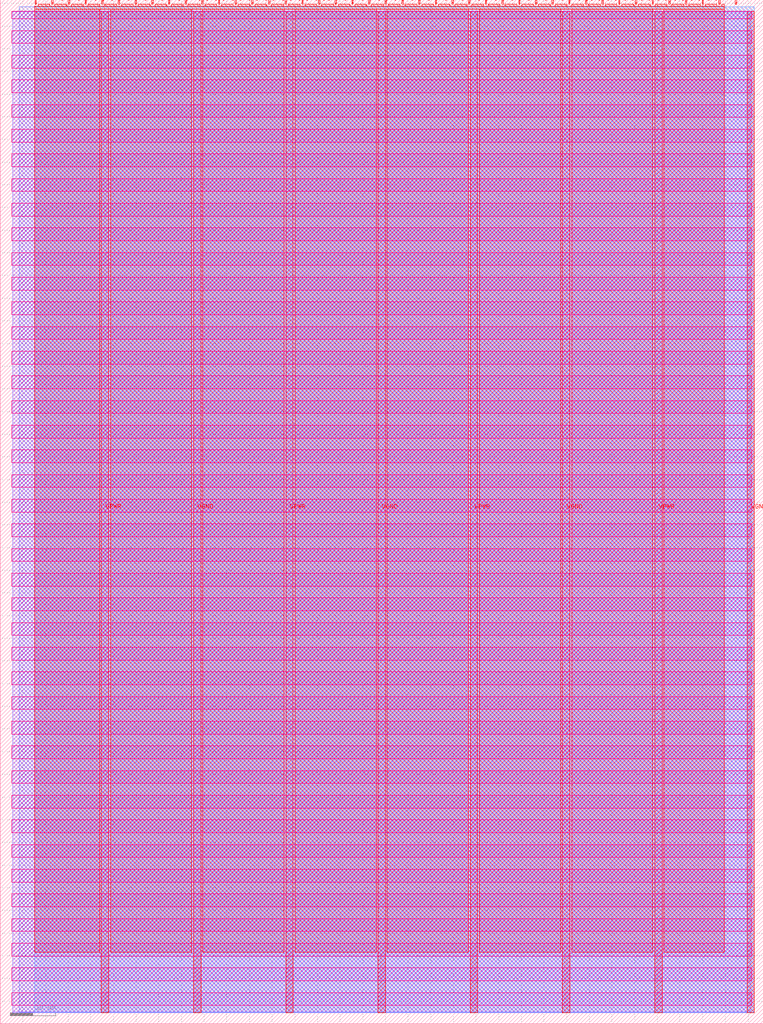
<source format=lef>
VERSION 5.7 ;
  NOWIREEXTENSIONATPIN ON ;
  DIVIDERCHAR "/" ;
  BUSBITCHARS "[]" ;
MACRO tt_um_rejunity_rule110
  CLASS BLOCK ;
  FOREIGN tt_um_rejunity_rule110 ;
  ORIGIN 0.000 0.000 ;
  SIZE 168.360 BY 225.760 ;
  PIN VGND
    DIRECTION INOUT ;
    USE GROUND ;
    PORT
      LAYER met4 ;
        RECT 42.670 2.480 44.270 223.280 ;
    END
    PORT
      LAYER met4 ;
        RECT 83.380 2.480 84.980 223.280 ;
    END
    PORT
      LAYER met4 ;
        RECT 124.090 2.480 125.690 223.280 ;
    END
    PORT
      LAYER met4 ;
        RECT 164.800 2.480 166.400 223.280 ;
    END
  END VGND
  PIN VPWR
    DIRECTION INOUT ;
    USE POWER ;
    PORT
      LAYER met4 ;
        RECT 22.315 2.480 23.915 223.280 ;
    END
    PORT
      LAYER met4 ;
        RECT 63.025 2.480 64.625 223.280 ;
    END
    PORT
      LAYER met4 ;
        RECT 103.735 2.480 105.335 223.280 ;
    END
    PORT
      LAYER met4 ;
        RECT 144.445 2.480 146.045 223.280 ;
    END
  END VPWR
  PIN clk
    DIRECTION INPUT ;
    USE SIGNAL ;
    ANTENNAGATEAREA 0.852000 ;
    PORT
      LAYER met4 ;
        RECT 158.550 224.760 158.850 225.760 ;
    END
  END clk
  PIN ena
    DIRECTION INPUT ;
    USE SIGNAL ;
    PORT
      LAYER met4 ;
        RECT 162.230 224.760 162.530 225.760 ;
    END
  END ena
  PIN rst_n
    DIRECTION INPUT ;
    USE SIGNAL ;
    ANTENNAGATEAREA 0.196500 ;
    PORT
      LAYER met4 ;
        RECT 154.870 224.760 155.170 225.760 ;
    END
  END rst_n
  PIN ui_in[0]
    DIRECTION INPUT ;
    USE SIGNAL ;
    ANTENNAGATEAREA 0.213000 ;
    PORT
      LAYER met4 ;
        RECT 151.190 224.760 151.490 225.760 ;
    END
  END ui_in[0]
  PIN ui_in[1]
    DIRECTION INPUT ;
    USE SIGNAL ;
    ANTENNAGATEAREA 0.196500 ;
    PORT
      LAYER met4 ;
        RECT 147.510 224.760 147.810 225.760 ;
    END
  END ui_in[1]
  PIN ui_in[2]
    DIRECTION INPUT ;
    USE SIGNAL ;
    ANTENNAGATEAREA 0.196500 ;
    PORT
      LAYER met4 ;
        RECT 143.830 224.760 144.130 225.760 ;
    END
  END ui_in[2]
  PIN ui_in[3]
    DIRECTION INPUT ;
    USE SIGNAL ;
    ANTENNAGATEAREA 0.126000 ;
    PORT
      LAYER met4 ;
        RECT 140.150 224.760 140.450 225.760 ;
    END
  END ui_in[3]
  PIN ui_in[4]
    DIRECTION INPUT ;
    USE SIGNAL ;
    ANTENNAGATEAREA 0.126000 ;
    PORT
      LAYER met4 ;
        RECT 136.470 224.760 136.770 225.760 ;
    END
  END ui_in[4]
  PIN ui_in[5]
    DIRECTION INPUT ;
    USE SIGNAL ;
    ANTENNAGATEAREA 0.196500 ;
    PORT
      LAYER met4 ;
        RECT 132.790 224.760 133.090 225.760 ;
    END
  END ui_in[5]
  PIN ui_in[6]
    DIRECTION INPUT ;
    USE SIGNAL ;
    ANTENNAGATEAREA 0.196500 ;
    PORT
      LAYER met4 ;
        RECT 129.110 224.760 129.410 225.760 ;
    END
  END ui_in[6]
  PIN ui_in[7]
    DIRECTION INPUT ;
    USE SIGNAL ;
    ANTENNAGATEAREA 0.213000 ;
    PORT
      LAYER met4 ;
        RECT 125.430 224.760 125.730 225.760 ;
    END
  END ui_in[7]
  PIN uio_in[0]
    DIRECTION INPUT ;
    USE SIGNAL ;
    ANTENNAGATEAREA 0.213000 ;
    PORT
      LAYER met4 ;
        RECT 121.750 224.760 122.050 225.760 ;
    END
  END uio_in[0]
  PIN uio_in[1]
    DIRECTION INPUT ;
    USE SIGNAL ;
    ANTENNAGATEAREA 0.247500 ;
    PORT
      LAYER met4 ;
        RECT 118.070 224.760 118.370 225.760 ;
    END
  END uio_in[1]
  PIN uio_in[2]
    DIRECTION INPUT ;
    USE SIGNAL ;
    ANTENNAGATEAREA 0.196500 ;
    PORT
      LAYER met4 ;
        RECT 114.390 224.760 114.690 225.760 ;
    END
  END uio_in[2]
  PIN uio_in[3]
    DIRECTION INPUT ;
    USE SIGNAL ;
    ANTENNAGATEAREA 0.247500 ;
    PORT
      LAYER met4 ;
        RECT 110.710 224.760 111.010 225.760 ;
    END
  END uio_in[3]
  PIN uio_in[4]
    DIRECTION INPUT ;
    USE SIGNAL ;
    ANTENNAGATEAREA 0.213000 ;
    PORT
      LAYER met4 ;
        RECT 107.030 224.760 107.330 225.760 ;
    END
  END uio_in[4]
  PIN uio_in[5]
    DIRECTION INPUT ;
    USE SIGNAL ;
    ANTENNAGATEAREA 0.159000 ;
    PORT
      LAYER met4 ;
        RECT 103.350 224.760 103.650 225.760 ;
    END
  END uio_in[5]
  PIN uio_in[6]
    DIRECTION INPUT ;
    USE SIGNAL ;
    ANTENNAGATEAREA 0.196500 ;
    PORT
      LAYER met4 ;
        RECT 99.670 224.760 99.970 225.760 ;
    END
  END uio_in[6]
  PIN uio_in[7]
    DIRECTION INPUT ;
    USE SIGNAL ;
    PORT
      LAYER met4 ;
        RECT 95.990 224.760 96.290 225.760 ;
    END
  END uio_in[7]
  PIN uio_oe[0]
    DIRECTION OUTPUT TRISTATE ;
    USE SIGNAL ;
    PORT
      LAYER met4 ;
        RECT 33.430 224.760 33.730 225.760 ;
    END
  END uio_oe[0]
  PIN uio_oe[1]
    DIRECTION OUTPUT TRISTATE ;
    USE SIGNAL ;
    PORT
      LAYER met4 ;
        RECT 29.750 224.760 30.050 225.760 ;
    END
  END uio_oe[1]
  PIN uio_oe[2]
    DIRECTION OUTPUT TRISTATE ;
    USE SIGNAL ;
    PORT
      LAYER met4 ;
        RECT 26.070 224.760 26.370 225.760 ;
    END
  END uio_oe[2]
  PIN uio_oe[3]
    DIRECTION OUTPUT TRISTATE ;
    USE SIGNAL ;
    PORT
      LAYER met4 ;
        RECT 22.390 224.760 22.690 225.760 ;
    END
  END uio_oe[3]
  PIN uio_oe[4]
    DIRECTION OUTPUT TRISTATE ;
    USE SIGNAL ;
    PORT
      LAYER met4 ;
        RECT 18.710 224.760 19.010 225.760 ;
    END
  END uio_oe[4]
  PIN uio_oe[5]
    DIRECTION OUTPUT TRISTATE ;
    USE SIGNAL ;
    PORT
      LAYER met4 ;
        RECT 15.030 224.760 15.330 225.760 ;
    END
  END uio_oe[5]
  PIN uio_oe[6]
    DIRECTION OUTPUT TRISTATE ;
    USE SIGNAL ;
    PORT
      LAYER met4 ;
        RECT 11.350 224.760 11.650 225.760 ;
    END
  END uio_oe[6]
  PIN uio_oe[7]
    DIRECTION OUTPUT TRISTATE ;
    USE SIGNAL ;
    PORT
      LAYER met4 ;
        RECT 7.670 224.760 7.970 225.760 ;
    END
  END uio_oe[7]
  PIN uio_out[0]
    DIRECTION OUTPUT TRISTATE ;
    USE SIGNAL ;
    PORT
      LAYER met4 ;
        RECT 62.870 224.760 63.170 225.760 ;
    END
  END uio_out[0]
  PIN uio_out[1]
    DIRECTION OUTPUT TRISTATE ;
    USE SIGNAL ;
    PORT
      LAYER met4 ;
        RECT 59.190 224.760 59.490 225.760 ;
    END
  END uio_out[1]
  PIN uio_out[2]
    DIRECTION OUTPUT TRISTATE ;
    USE SIGNAL ;
    PORT
      LAYER met4 ;
        RECT 55.510 224.760 55.810 225.760 ;
    END
  END uio_out[2]
  PIN uio_out[3]
    DIRECTION OUTPUT TRISTATE ;
    USE SIGNAL ;
    PORT
      LAYER met4 ;
        RECT 51.830 224.760 52.130 225.760 ;
    END
  END uio_out[3]
  PIN uio_out[4]
    DIRECTION OUTPUT TRISTATE ;
    USE SIGNAL ;
    PORT
      LAYER met4 ;
        RECT 48.150 224.760 48.450 225.760 ;
    END
  END uio_out[4]
  PIN uio_out[5]
    DIRECTION OUTPUT TRISTATE ;
    USE SIGNAL ;
    PORT
      LAYER met4 ;
        RECT 44.470 224.760 44.770 225.760 ;
    END
  END uio_out[5]
  PIN uio_out[6]
    DIRECTION OUTPUT TRISTATE ;
    USE SIGNAL ;
    PORT
      LAYER met4 ;
        RECT 40.790 224.760 41.090 225.760 ;
    END
  END uio_out[6]
  PIN uio_out[7]
    DIRECTION OUTPUT TRISTATE ;
    USE SIGNAL ;
    PORT
      LAYER met4 ;
        RECT 37.110 224.760 37.410 225.760 ;
    END
  END uio_out[7]
  PIN uo_out[0]
    DIRECTION OUTPUT TRISTATE ;
    USE SIGNAL ;
    ANTENNADIFFAREA 0.891000 ;
    PORT
      LAYER met4 ;
        RECT 92.310 224.760 92.610 225.760 ;
    END
  END uo_out[0]
  PIN uo_out[1]
    DIRECTION OUTPUT TRISTATE ;
    USE SIGNAL ;
    ANTENNADIFFAREA 0.891000 ;
    PORT
      LAYER met4 ;
        RECT 88.630 224.760 88.930 225.760 ;
    END
  END uo_out[1]
  PIN uo_out[2]
    DIRECTION OUTPUT TRISTATE ;
    USE SIGNAL ;
    ANTENNADIFFAREA 0.891000 ;
    PORT
      LAYER met4 ;
        RECT 84.950 224.760 85.250 225.760 ;
    END
  END uo_out[2]
  PIN uo_out[3]
    DIRECTION OUTPUT TRISTATE ;
    USE SIGNAL ;
    ANTENNADIFFAREA 0.891000 ;
    PORT
      LAYER met4 ;
        RECT 81.270 224.760 81.570 225.760 ;
    END
  END uo_out[3]
  PIN uo_out[4]
    DIRECTION OUTPUT TRISTATE ;
    USE SIGNAL ;
    ANTENNADIFFAREA 0.891000 ;
    PORT
      LAYER met4 ;
        RECT 77.590 224.760 77.890 225.760 ;
    END
  END uo_out[4]
  PIN uo_out[5]
    DIRECTION OUTPUT TRISTATE ;
    USE SIGNAL ;
    ANTENNADIFFAREA 0.891000 ;
    PORT
      LAYER met4 ;
        RECT 73.910 224.760 74.210 225.760 ;
    END
  END uo_out[5]
  PIN uo_out[6]
    DIRECTION OUTPUT TRISTATE ;
    USE SIGNAL ;
    ANTENNADIFFAREA 0.891000 ;
    PORT
      LAYER met4 ;
        RECT 70.230 224.760 70.530 225.760 ;
    END
  END uo_out[6]
  PIN uo_out[7]
    DIRECTION OUTPUT TRISTATE ;
    USE SIGNAL ;
    ANTENNADIFFAREA 0.891000 ;
    PORT
      LAYER met4 ;
        RECT 66.550 224.760 66.850 225.760 ;
    END
  END uo_out[7]
  OBS
      LAYER nwell ;
        RECT 2.570 221.625 165.790 223.230 ;
        RECT 2.570 216.185 165.790 219.015 ;
        RECT 2.570 210.745 165.790 213.575 ;
        RECT 2.570 205.305 165.790 208.135 ;
        RECT 2.570 199.865 165.790 202.695 ;
        RECT 2.570 194.425 165.790 197.255 ;
        RECT 2.570 188.985 165.790 191.815 ;
        RECT 2.570 183.545 165.790 186.375 ;
        RECT 2.570 178.105 165.790 180.935 ;
        RECT 2.570 172.665 165.790 175.495 ;
        RECT 2.570 167.225 165.790 170.055 ;
        RECT 2.570 161.785 165.790 164.615 ;
        RECT 2.570 156.345 165.790 159.175 ;
        RECT 2.570 150.905 165.790 153.735 ;
        RECT 2.570 145.465 165.790 148.295 ;
        RECT 2.570 140.025 165.790 142.855 ;
        RECT 2.570 134.585 165.790 137.415 ;
        RECT 2.570 129.145 165.790 131.975 ;
        RECT 2.570 123.705 165.790 126.535 ;
        RECT 2.570 118.265 165.790 121.095 ;
        RECT 2.570 112.825 165.790 115.655 ;
        RECT 2.570 107.385 165.790 110.215 ;
        RECT 2.570 101.945 165.790 104.775 ;
        RECT 2.570 96.505 165.790 99.335 ;
        RECT 2.570 91.065 165.790 93.895 ;
        RECT 2.570 85.625 165.790 88.455 ;
        RECT 2.570 80.185 165.790 83.015 ;
        RECT 2.570 74.745 165.790 77.575 ;
        RECT 2.570 69.305 165.790 72.135 ;
        RECT 2.570 63.865 165.790 66.695 ;
        RECT 2.570 58.425 165.790 61.255 ;
        RECT 2.570 52.985 165.790 55.815 ;
        RECT 2.570 47.545 165.790 50.375 ;
        RECT 2.570 42.105 165.790 44.935 ;
        RECT 2.570 36.665 165.790 39.495 ;
        RECT 2.570 31.225 165.790 34.055 ;
        RECT 2.570 25.785 165.790 28.615 ;
        RECT 2.570 20.345 165.790 23.175 ;
        RECT 2.570 14.905 165.790 17.735 ;
        RECT 2.570 9.465 165.790 12.295 ;
        RECT 2.570 4.025 165.790 6.855 ;
      LAYER li1 ;
        RECT 2.760 2.635 165.600 223.125 ;
      LAYER met1 ;
        RECT 2.760 2.480 166.400 223.280 ;
      LAYER met2 ;
        RECT 4.240 2.535 166.370 224.245 ;
      LAYER met3 ;
        RECT 7.630 2.555 166.390 224.225 ;
      LAYER met4 ;
        RECT 8.370 224.360 10.950 224.760 ;
        RECT 12.050 224.360 14.630 224.760 ;
        RECT 15.730 224.360 18.310 224.760 ;
        RECT 19.410 224.360 21.990 224.760 ;
        RECT 23.090 224.360 25.670 224.760 ;
        RECT 26.770 224.360 29.350 224.760 ;
        RECT 30.450 224.360 33.030 224.760 ;
        RECT 34.130 224.360 36.710 224.760 ;
        RECT 37.810 224.360 40.390 224.760 ;
        RECT 41.490 224.360 44.070 224.760 ;
        RECT 45.170 224.360 47.750 224.760 ;
        RECT 48.850 224.360 51.430 224.760 ;
        RECT 52.530 224.360 55.110 224.760 ;
        RECT 56.210 224.360 58.790 224.760 ;
        RECT 59.890 224.360 62.470 224.760 ;
        RECT 63.570 224.360 66.150 224.760 ;
        RECT 67.250 224.360 69.830 224.760 ;
        RECT 70.930 224.360 73.510 224.760 ;
        RECT 74.610 224.360 77.190 224.760 ;
        RECT 78.290 224.360 80.870 224.760 ;
        RECT 81.970 224.360 84.550 224.760 ;
        RECT 85.650 224.360 88.230 224.760 ;
        RECT 89.330 224.360 91.910 224.760 ;
        RECT 93.010 224.360 95.590 224.760 ;
        RECT 96.690 224.360 99.270 224.760 ;
        RECT 100.370 224.360 102.950 224.760 ;
        RECT 104.050 224.360 106.630 224.760 ;
        RECT 107.730 224.360 110.310 224.760 ;
        RECT 111.410 224.360 113.990 224.760 ;
        RECT 115.090 224.360 117.670 224.760 ;
        RECT 118.770 224.360 121.350 224.760 ;
        RECT 122.450 224.360 125.030 224.760 ;
        RECT 126.130 224.360 128.710 224.760 ;
        RECT 129.810 224.360 132.390 224.760 ;
        RECT 133.490 224.360 136.070 224.760 ;
        RECT 137.170 224.360 139.750 224.760 ;
        RECT 140.850 224.360 143.430 224.760 ;
        RECT 144.530 224.360 147.110 224.760 ;
        RECT 148.210 224.360 150.790 224.760 ;
        RECT 151.890 224.360 154.470 224.760 ;
        RECT 155.570 224.360 158.150 224.760 ;
        RECT 159.250 224.360 159.785 224.760 ;
        RECT 7.655 223.680 159.785 224.360 ;
        RECT 7.655 15.815 21.915 223.680 ;
        RECT 24.315 15.815 42.270 223.680 ;
        RECT 44.670 15.815 62.625 223.680 ;
        RECT 65.025 15.815 82.980 223.680 ;
        RECT 85.380 15.815 103.335 223.680 ;
        RECT 105.735 15.815 123.690 223.680 ;
        RECT 126.090 15.815 144.045 223.680 ;
        RECT 146.445 15.815 159.785 223.680 ;
  END
END tt_um_rejunity_rule110
END LIBRARY


</source>
